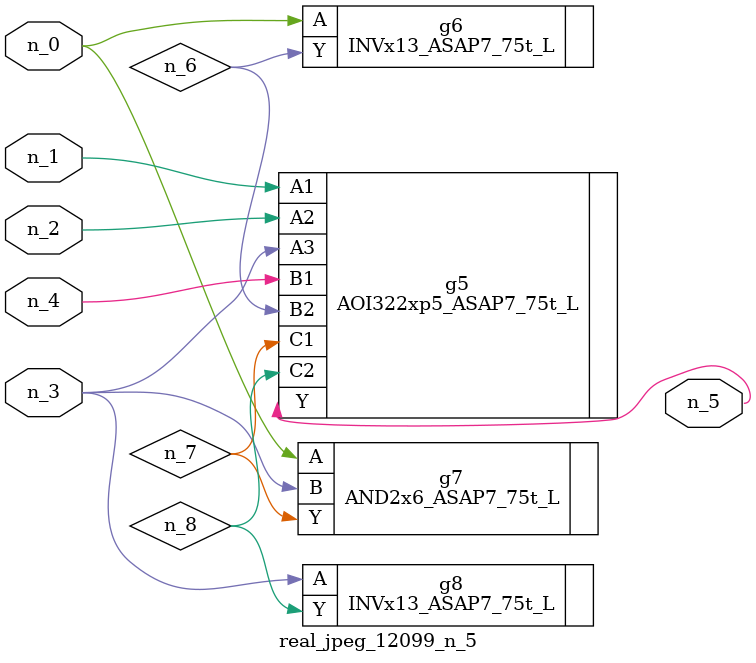
<source format=v>
module real_jpeg_12099_n_5 (n_4, n_0, n_1, n_2, n_3, n_5);

input n_4;
input n_0;
input n_1;
input n_2;
input n_3;

output n_5;

wire n_8;
wire n_6;
wire n_7;

INVx13_ASAP7_75t_L g6 ( 
.A(n_0),
.Y(n_6)
);

AND2x6_ASAP7_75t_L g7 ( 
.A(n_0),
.B(n_3),
.Y(n_7)
);

AOI322xp5_ASAP7_75t_L g5 ( 
.A1(n_1),
.A2(n_2),
.A3(n_3),
.B1(n_4),
.B2(n_6),
.C1(n_7),
.C2(n_8),
.Y(n_5)
);

INVx13_ASAP7_75t_L g8 ( 
.A(n_3),
.Y(n_8)
);


endmodule
</source>
